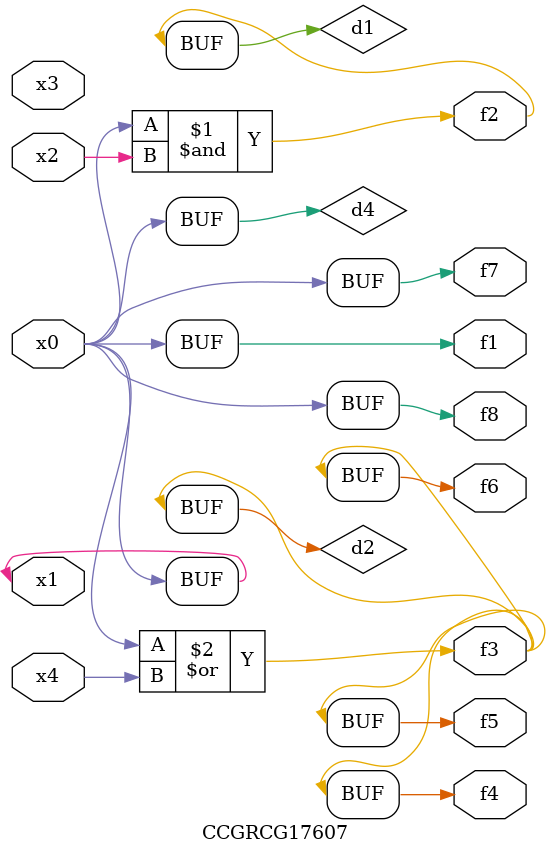
<source format=v>
module CCGRCG17607(
	input x0, x1, x2, x3, x4,
	output f1, f2, f3, f4, f5, f6, f7, f8
);

	wire d1, d2, d3, d4;

	and (d1, x0, x2);
	or (d2, x0, x4);
	nand (d3, x0, x2);
	buf (d4, x0, x1);
	assign f1 = d4;
	assign f2 = d1;
	assign f3 = d2;
	assign f4 = d2;
	assign f5 = d2;
	assign f6 = d2;
	assign f7 = d4;
	assign f8 = d4;
endmodule

</source>
